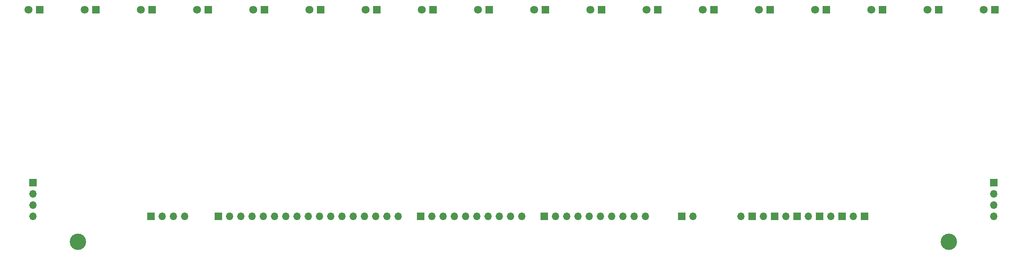
<source format=gbs>
G04 #@! TF.GenerationSoftware,KiCad,Pcbnew,(6.0.1-0)*
G04 #@! TF.CreationDate,2022-02-06T20:22:52-08:00*
G04 #@! TF.ProjectId,led-driver,6c65642d-6472-4697-9665-722e6b696361,rev?*
G04 #@! TF.SameCoordinates,Original*
G04 #@! TF.FileFunction,Soldermask,Bot*
G04 #@! TF.FilePolarity,Negative*
%FSLAX46Y46*%
G04 Gerber Fmt 4.6, Leading zero omitted, Abs format (unit mm)*
G04 Created by KiCad (PCBNEW (6.0.1-0)) date 2022-02-06 20:22:52*
%MOMM*%
%LPD*%
G01*
G04 APERTURE LIST*
%ADD10R,1.700000X1.700000*%
%ADD11O,1.700000X1.700000*%
%ADD12C,3.700000*%
%ADD13R,1.800000X1.800000*%
%ADD14C,1.800000*%
G04 APERTURE END LIST*
D10*
X69850000Y-73660000D03*
D11*
X72390000Y-73660000D03*
X74930000Y-73660000D03*
X77470000Y-73660000D03*
X80010000Y-73660000D03*
X82550000Y-73660000D03*
X85090000Y-73660000D03*
X87630000Y-73660000D03*
X90170000Y-73660000D03*
X92710000Y-73660000D03*
X95250000Y-73660000D03*
X97790000Y-73660000D03*
X100330000Y-73660000D03*
X102870000Y-73660000D03*
X105410000Y-73660000D03*
X107950000Y-73660000D03*
X110490000Y-73660000D03*
D10*
X143510000Y-73660000D03*
D11*
X146050000Y-73660000D03*
X148590000Y-73660000D03*
X151130000Y-73660000D03*
X153670000Y-73660000D03*
X156210000Y-73660000D03*
X158750000Y-73660000D03*
X161290000Y-73660000D03*
X163830000Y-73660000D03*
X166370000Y-73660000D03*
X138430000Y-73660000D03*
X135890000Y-73660000D03*
X133350000Y-73660000D03*
X130810000Y-73660000D03*
X128270000Y-73660000D03*
X125730000Y-73660000D03*
X123190000Y-73660000D03*
X120650000Y-73660000D03*
X118110000Y-73660000D03*
D10*
X115570000Y-73660000D03*
D12*
X38100000Y-79375000D03*
X234950000Y-79375000D03*
D13*
X29464000Y-26924000D03*
D14*
X26924000Y-26924000D03*
D13*
X42164000Y-26924000D03*
D14*
X39624000Y-26924000D03*
D13*
X54864000Y-26924000D03*
D14*
X52324000Y-26924000D03*
D13*
X67564000Y-26924000D03*
D14*
X65024000Y-26924000D03*
D13*
X80264000Y-26924000D03*
D14*
X77724000Y-26924000D03*
D13*
X92964000Y-26924000D03*
D14*
X90424000Y-26924000D03*
D13*
X105664000Y-26924000D03*
D14*
X103124000Y-26924000D03*
D13*
X156464000Y-26924000D03*
D14*
X153924000Y-26924000D03*
D13*
X169164000Y-26924000D03*
D14*
X166624000Y-26924000D03*
D13*
X181864000Y-26924000D03*
D14*
X179324000Y-26924000D03*
D13*
X207264000Y-26924000D03*
D14*
X204724000Y-26924000D03*
D13*
X219964000Y-26924000D03*
D14*
X217424000Y-26924000D03*
D13*
X232664000Y-26924000D03*
D14*
X230124000Y-26924000D03*
D13*
X245364000Y-26924000D03*
D14*
X242824000Y-26924000D03*
D10*
X195580000Y-73660000D03*
D11*
X193040000Y-73660000D03*
D10*
X200660000Y-73660000D03*
D11*
X198120000Y-73660000D03*
D10*
X205740000Y-73660000D03*
D11*
X203200000Y-73660000D03*
D10*
X210820000Y-73660000D03*
D11*
X208280000Y-73660000D03*
D10*
X27940000Y-66040000D03*
D11*
X27940000Y-68580000D03*
X27940000Y-71120000D03*
X27940000Y-73660000D03*
D13*
X194564000Y-26924000D03*
D14*
X192024000Y-26924000D03*
D13*
X131064000Y-26924000D03*
D14*
X128524000Y-26924000D03*
D13*
X118364000Y-26924000D03*
D14*
X115824000Y-26924000D03*
D10*
X190500000Y-73660000D03*
D11*
X187960000Y-73660000D03*
D10*
X215900000Y-73660000D03*
D11*
X213360000Y-73660000D03*
D13*
X143764000Y-26924000D03*
D14*
X141224000Y-26924000D03*
D10*
X245110000Y-66040000D03*
D11*
X245110000Y-68580000D03*
X245110000Y-71120000D03*
X245110000Y-73660000D03*
X177165000Y-73660000D03*
D10*
X174625000Y-73660000D03*
X54620000Y-73635000D03*
D11*
X57160000Y-73635000D03*
X59700000Y-73635000D03*
X62240000Y-73635000D03*
M02*

</source>
